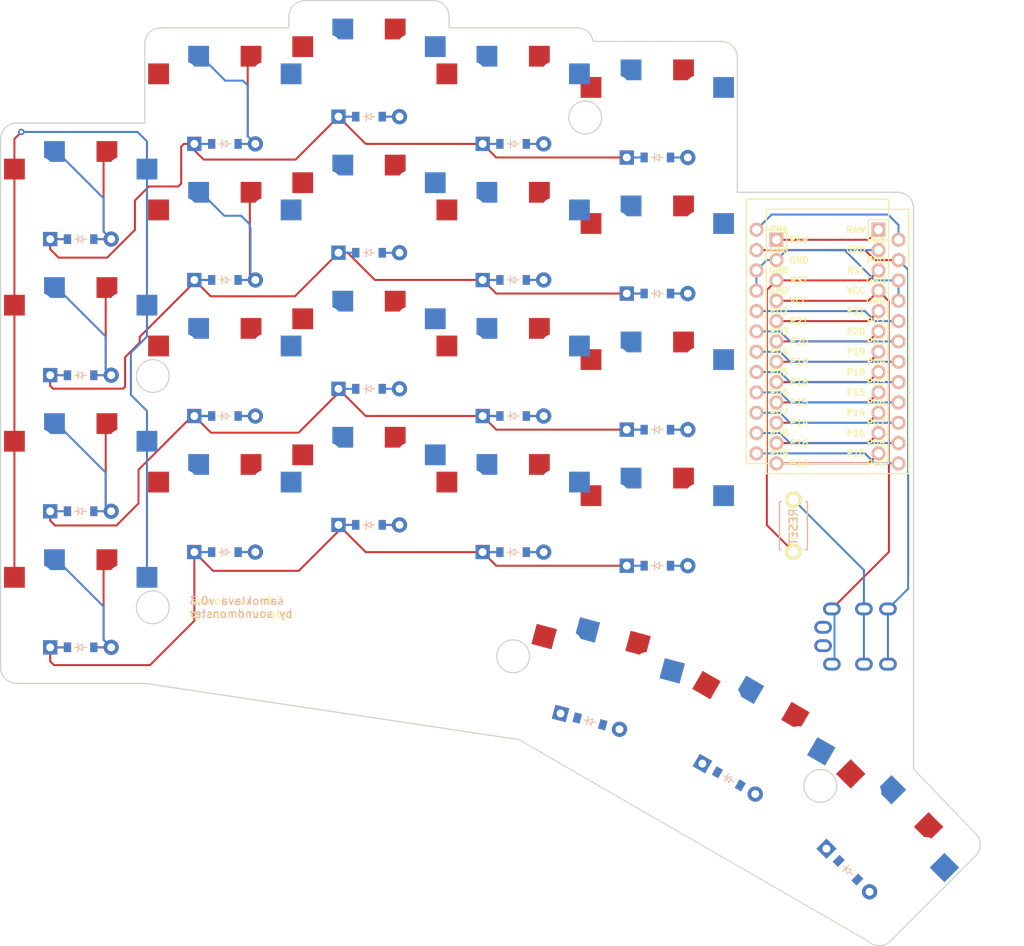
<source format=kicad_pcb>
(kicad_pcb (version 20240108) (generator "pcbnew") (generator_version "8.0")
  (title_block (title "board") (rev "0.3") (company "soundmonster"))
  (layers (0 "F.Cu" signal) (31 "B.Cu" signal) (34 "B.Paste" user) (35 "F.Paste" user) (36 "B.SilkS" user "B.Silkscreen") (37 "F.SilkS" user "F.Silkscreen") (38 "B.Mask" user) (39 "F.Mask" user) (44 "Edge.Cuts" user))
  (net 0 "")
  (net 1 "pinky_bottom")
  (net 2 "col_pinky")
  (net 3 "pinky_home")
  (net 4 "pinky_top")
  (net 5 "pinky_extra")
  (net 6 "ring_bottom")
  (net 7 "col_ring")
  (net 8 "ring_home")
  (net 9 "ring_top")
  (net 10 "ring_extra")
  (net 11 "middle_bottom")
  (net 12 "col_middle")
  (net 13 "middle_home")
  (net 14 "middle_top")
  (net 15 "middle_extra")
  (net 16 "index_bottom")
  (net 17 "col_index")
  (net 18 "index_home")
  (net 19 "index_top")
  (net 20 "index_extra")
  (net 21 "inner_bottom")
  (net 22 "col_inner")
  (net 23 "inner_home")
  (net 24 "inner_top")
  (net 25 "inner_extra")
  (net 26 "near_thumb")
  (net 27 "home_thumb")
  (net 28 "far_thumb")
  (net 29 "row_bottom")
  (net 30 "row_home")
  (net 31 "row_top")
  (net 32 "row_extra")
  (net 33 "row_thumb")
  (net 34 "RAW")
  (net 35 "GND")
  (net 36 "RST")
  (net 37 "VCC")
  (net 38 "P21")
  (net 39 "P16")
  (net 40 "P10")
  (net 41 "P1")
  (net 42 "P0")
  (net 43 "P2")
  (net 44 "P3")
  (net 45 "P9")
  (footprint "kbd:ResetSW" (layer "F.Cu") (at 89 -10.2 -90)
    (property "Reference" "B1" (hide yes))
    (property "Value" "")
  )
  (footprint "PG1350" (layer "F.Cu") (at 72 -61.2)
    (property "Reference" "S20" (hide yes))
    (property "Value" "" (hide yes))
  )
  (footprint "TRRS-PJ-320A-dual" (layer "F.Cu") (at 104 4.8 -90)
    (property "Reference" "TRRS1")
    (property "Value" "TRRS-PJ-320A-dual")
  )
  (footprint "ComboDiode" (layer "F.Cu") (at 18 -23.9)
    (property "Reference" "D6" (hide yes))
    (property "Value" "" (hide yes))
  )
  (footprint "PG1350" (layer "F.Cu") (at 72 -27.2)
    (property "Reference" "S18" (hide yes))
    (property "Value" "" (hide yes))
  )
  (footprint "PG1350" (layer "F.Cu") (at 54 -11.9)
    (property "Reference" "S13" (hide yes))
    (property "Value" "" (hide yes))
  )
  (footprint "ComboDiode" (layer "F.Cu") (at 36 -10.3)
    (property "Reference" "D9" (hide yes))
    (property "Value" "" (hide yes))
  )
  (footprint "ComboDiode" (layer "F.Cu") (at 95.813957 32.84783 -45)
    (property "Reference" "D23" (hide yes))
    (property "Value" "" (hide yes))
  )
  (footprint "PG1350" (layer "F.Cu") (at 54 -28.9)
    (property "Reference" "S14" (hide yes))
    (property "Value" "" (hide yes))
  )
  (footprint "ComboDiode" (layer "F.Cu") (at 72 -56.2)
    (property "Reference" "D20" (hide yes))
    (property "Value" "" (hide yes))
  )
  (footprint "PG1350" (layer "F.Cu") (at 99.349491 29.312296 -45)
    (property "Reference" "S23" (hide yes))
    (property "Value" "" (hide yes))
  )
  (footprint "PG1350" (layer "F.Cu") (at 72 -44.2)
    (property "Reference" "S19" (hide yes))
    (property "Value" "" (hide yes))
  )
  (footprint "ComboDiode" (layer "F.Cu") (at 54 -23.9)
    (property "Reference" "D14" (hide yes))
    (property "Value" "" (hide yes))
  )
  (footprint "ComboDiode" (layer "F.Cu") (at 54 -6.9)
    (property "Reference" "D13" (hide yes))
    (property "Value" "" (hide yes))
  )
  (footprint "ComboDiode" (layer "F.Cu") (at 0 -12)
    (property "Reference" "D2" (hide yes))
    (property "Value" "" (hide yes))
  )
  (footprint "ComboDiode" (layer "F.Cu") (at 0 -46)
    (property "Reference" "D4" (hide yes))
    (property "Value" "" (hide yes))
  )
  (footprint "PG1350" (layer "F.Cu") (at 18 -28.9)
    (property "Reference" "S6" (hide yes))
    (property "Value" "" (hide yes))
  )
  (footprint "ProMicro" (layer "F.Cu") (at 92 -33.2 -90)
    (property "Reference" "MCU1" (hide yes))
    (property "Value" "" (hide yes))
  )
  (footprint "PG1350" (layer "F.Cu") (at 36 -15.3)
    (property "Reference" "S9" (hide yes))
    (property "Value" "" (hide yes))
  )
  (footprint "ComboDiode" (layer "F.Cu") (at 72 -5.2)
    (property "Reference" "D17" (hide yes))
    (property "Value" "" (hide yes))
  )
  (footprint "ComboDiode" (layer "F.Cu") (at 18 -57.9)
    (property "Reference" "D8" (hide yes))
    (property "Value" "" (hide yes))
  )
  (footprint "PG1350" (layer "F.Cu") (at 0 -17)
    (property "Reference" "S2" (hide yes))
    (property "Value" "" (hide yes))
  )
  (footprint "PG1350" (layer "F.Cu") (at 72 -10.2)
    (property "Reference" "S17" (hide yes))
    (property "Value" "" (hide yes))
  )
  (footprint "ProMicro" (layer "F.Cu") (at 94.5 -31.95 -90)
    (property "Reference" "MCU2" (hide yes))
    (property "Value" "" (hide yes))
  )
  (footprint "PG1350" (layer "F.Cu") (at 83.430894 17.097527 -30)
    (property "Reference" "S22" (hide yes))
    (property "Value" "" (hide yes))
  )
  (footprint "ComboDiode" (layer "F.Cu") (at 54 -57.9)
    (property "Reference" "D16" (hide yes))
    (property "Value" "" (hide yes))
  )
  (footprint "PG1350" (layer "F.Cu") (at 36 -49.3)
    (property "Reference" "S11" (hide yes))
    (property "Value" "" (hide yes))
  )
  (footprint "ComboDiode" (layer "F.Cu") (at 72 -39.2)
    (property "Reference" "D19" (hide yes))
    (property "Value" "" (hide yes))
  )
  (footprint "ComboDiode" (layer "F.Cu") (at 18 -40.9)
    (property "Reference" "D7" (hide yes))
    (property "Value" "" (hide yes))
  )
  (footprint "PG1350" (layer "F.Cu") (at 18 -62.9)
    (property "Reference" "S8" (hide yes))
    (property "Value" "" (hide yes))
  )
  (footprint "PG1350" (layer "F.Cu") (at 18 -11.9)
    (property "Reference" "S5" (hide yes))
    (property "Value" "" (hide yes))
  )
  (footprint "ComboDiode" (layer "F.Cu") (at 80.930894 21.427654 -30)
    (property "Reference" "D22" (hide yes))
    (property "Value" "" (hide yes))
  )
  (footprint "ComboDiode" (layer "F.Cu") (at 72 -22.2)
    (property "Reference" "D18" (hide yes))
    (property "Value" "" (hide yes))
  )
  (footprint "ComboDiode" (layer "F.Cu") (at 54 -40.9)
    (property "Reference" "D15" (hide yes))
    (property "Value" "" (hide yes))
  )
  (footprint "PG1350" (layer "F.Cu") (at 0 -51)
    (property "Reference" "S4" (hide yes))
    (property "Value" "" (hide yes))
  )
  (footprint "ComboDiode" (layer "F.Cu") (at 18 -6.9)
    (property "Reference" "D5" (hide yes))
    (property "Value" "" (hide yes))
  )
  (footprint "ComboDiode" (layer "F.Cu") (at 36 -61.3)
    (property "Reference" "D12" (hide yes))
    (property "Value" "" (hide yes))
  )
  (footprint "PG1350" (layer "F.Cu") (at 0 -34)
    (property "Reference" "S3" (hide yes))
    (property "Value" "" (hide yes))
  )
  (footprint "ComboDiode" (layer "F.Cu") (at 0 5)
    (property "Reference" "D1" (hide yes))
    (property "Value" "" (hide yes))
  )
  (footprint "PG1350" (layer "F.Cu") (at 0 0)
    (property "Reference" "S1" (hide yes))
    (property "Value" "" (hide yes))
  )
  (footprint "PG1350" (layer "F.Cu") (at 54 -45.9)
    (property "Reference" "S15" (hide yes))
    (property "Value" "" (hide yes))
  )
  (footprint "ComboDiode" (layer "F.Cu") (at 36 -44.3)
    (property "Reference" "D11" (hide yes))
    (property "Value" "" (hide yes))
  )
  (footprint "PG1350" (layer "F.Cu") (at 54 -62.9)
    (property "Reference" "S16" (hide yes))
    (property "Value" "" (hide yes))
  )
  (footprint "PG1350" (layer "F.Cu") (at 36 -32.3)
    (property "Reference" "S10" (hide yes))
    (property "Value" "" (hide yes))
  )
  (footprint "PG1350" (layer "F.Cu") (at 64.893294 9.419002 -15)
    (property "Reference" "S21" (hide yes))
    (property "Value" "" (hide yes))
  )
  (footprint "ComboDiode" (layer "F.Cu") (at 36 -27.3)
    (property "Reference" "D10" (hide yes))
    (property "Value" "" (hide yes))
  )
  (footprint "ComboDiode" (layer "F.Cu") (at 63.599199 14.248631 -15)
    (property "Reference" "D21" (hide yes))
    (property "Value" "" (hide yes))
  )
  (footprint "ComboDiode" (layer "F.Cu") (at 0 -29)
    (property "Reference" "D3" (hide yes))
    (property "Value" "" (hide yes))
  )
  (footprint "PG1350" (layer "F.Cu") (at 18 -45.9)
    (property "Reference" "S7" (hide yes))
    (property "Value" "" (hide yes))
  )
  (footprint "PG1350" (layer "F.Cu") (at 36 -66.3)
    (property "Reference" "S12" (hide yes))
    (property "Value" "" (hide yes))
  )
  (gr_arc (start 102 -51.85) (mid 103.414214 -51.264214) (end 104 -49.85) (stroke (width 0.15)) (layer "Edge.Cuts"))
  (gr_line (start 104 20.208734) (end 111.72386 28.251636) (stroke (width 0.15)) (layer "Edge.Cuts"))
  (gr_arc (start 26 -73.8) (mid 26.585786 -75.214214) (end 28 -75.8) (stroke (width 0.15)) (layer "Edge.Cuts"))
  (gr_line (start 54.707107 16.524745) (end 8 9.5) (stroke (width 0.15)) (layer "Edge.Cuts"))
  (gr_circle (center 54 6.12) (end 56.05 6.12) (stroke (width 0.15)) (fill none) (layer "Edge.Cuts"))
  (gr_line (start 102 -51.85) (end 82 -51.85) (stroke (width 0.15)) (layer "Edge.Cuts"))
  (gr_arc (start 63.977391 -70.699872) (mid 63.988695 -70.699968) (end 64 -70.7) (stroke (width 0.15)) (layer "Edge.Cuts"))
  (gr_arc (start 62 -72.4) (mid 63.30389 -71.916533) (end 63.977391 -70.699872) (stroke (width 0.15)) (layer "Edge.Cuts"))
  (gr_line (start -8 9.5) (end 8 9.5) (stroke (width 0.15)) (layer "Edge.Cuts"))
  (gr_line (start 98.288831 41.686665) (end 54.707107 16.524745) (stroke (width 0.15)) (layer "Edge.Cuts"))
  (gr_line (start 62 -72.4) (end 46 -72.4) (stroke (width 0.15)) (layer "Edge.Cuts"))
  (gr_arc (start 80 -70.7) (mid 81.414214 -70.114214) (end 82 -68.7) (stroke (width 0.15)) (layer "Edge.Cuts"))
  (gr_line (start -10 7.5) (end -10 -58.5) (stroke (width 0.15)) (layer "Edge.Cuts"))
  (gr_arc (start 44 -75.8) (mid 45.414214 -75.214214) (end 46 -73.8) (stroke (width 0.15)) (layer "Edge.Cuts"))
  (gr_circle (center 9 0) (end 11.05 0) (stroke (width 0.15)) (fill none) (layer "Edge.Cuts"))
  (gr_line (start 104 20.208734) (end 104 -49.85) (stroke (width 0.15)) (layer "Edge.Cuts"))
  (gr_line (start 46 -72.4) (end 46 -73.8) (stroke (width 0.15)) (layer "Edge.Cuts"))
  (gr_arc (start -10 -58.5) (mid -9.414214 -59.914214) (end -8 -60.5) (stroke (width 0.15)) (layer "Edge.Cuts"))
  (gr_line (start 101.117258 41.686665) (end 111.72386 31.080063) (stroke (width 0.15)) (layer "Edge.Cuts"))
  (gr_arc (start 101.117258 41.686664) (mid 99.703045 42.272451) (end 98.288831 41.686665) (stroke (width 0.15)) (layer "Edge.Cuts"))
  (gr_circle (center 63 -61.2) (end 65.05 -61.2) (stroke (width 0.15)) (fill none) (layer "Edge.Cuts"))
  (gr_circle (center 9 -28.9) (end 11.05 -28.9) (stroke (width 0.15)) (fill none) (layer "Edge.Cuts"))
  (gr_line (start 80 -70.7) (end 64 -70.7) (stroke (width 0.15)) (layer "Edge.Cuts"))
  (gr_line (start 26 -73.8) (end 26 -72.4) (stroke (width 0.15)) (layer "Edge.Cuts"))
  (gr_line (start 8 -60.5) (end -8 -60.5) (stroke (width 0.15)) (layer "Edge.Cuts"))
  (gr_line (start 44 -75.8) (end 28 -75.8) (stroke (width 0.15)) (layer "Edge.Cuts"))
  (gr_arc (start 111.723859 28.251637) (mid 112.309645 29.66585) (end 111.723859 31.080063) (stroke (width 0.15)) (layer "Edge.Cuts"))
  (gr_line (start 8 -70.4) (end 8 -60.5) (stroke (width 0.15)) (layer "Edge.Cuts"))
  (gr_line (start 26 -72.4) (end 10 -72.4) (stroke (width 0.15)) (layer "Edge.Cuts"))
  (gr_line (start 82 -51.85) (end 82 -68.7) (stroke (width 0.15)) (layer "Edge.Cuts"))
  (gr_arc (start 8 -70.4) (mid 8.585786 -71.814214) (end 10 -72.4) (stroke (width 0.15)) (layer "Edge.Cuts"))
  (gr_circle (center 92.349134 22.311939) (end 94.399134 22.311939) (stroke (width 0.15)) (fill none) (layer "Edge.Cuts"))
  (gr_arc (start -8 9.5) (mid -9.414214 8.914214) (end -10 7.5) (stroke (width 0.15)) (layer "Edge.Cuts"))
  (gr_text "samoklava v0.3\nby soundmonster" (at 13.5 0 0) (layer "B.SilkS") (effects (font (size 1 1)) (justify right mirror)))
  (gr_text "samoklava v0.3\nby soundmonster" (at 13.5 0 0) (layer "F.SilkS") (effects (font (size 1 1)) (justify left)))
  (segment (start 2.8575 -5.5325) (end 2.8575 4.0475) (width 0.25) (layer "F.Cu") (net 1))
  (segment (start 3.275 -5.95) (end 2.8575 -5.5325) (width 0.25) (layer "F.Cu") (net 1))
  (segment (start 2.8575 4.0475) (end 3.81 5) (width 0.25) (layer "F.Cu") (net 1))
  (segment (start 1.65 5) (end 3.81 5) (width 0.25) (layer "F.Cu") (net 1))
  (segment (start 2.87 -0.084999) (end 2.87 4.06) (width 0.25) (layer "B.Cu") (net 1))
  (segment (start -2.995001 -5.95) (end 2.87 -0.084999) (width 0.25) (layer "B.Cu") (net 1))
  (segment (start 1.65 5) (end 3.81 5) (width 0.25) (layer "B.Cu") (net 1))
  (segment (start 2.87 4.06) (end 3.81 5) (width 0.25) (layer "B.Cu") (net 1))
  (segment (start -3.275 -5.95) (end -2.995001 -5.95) (width 0.25) (layer "B.Cu") (net 1))
  (segment (start -8.275 -3.75) (end -8.275 -20.75) (width 0.25) (layer "F.Cu") (net 2))
  (segment (start 86.88 -33.22) (end 98.37 -33.22) (width 0.25) (layer "F.Cu") (net 2))
  (segment (start 98.37 -33.22) (end 99.62 -34.47) (width 0.25) (layer "F.Cu") (net 2))
  (segment (start -8.275 -54.75) (end -8.275 -58.525) (width 0.25) (layer "F.Cu") (net 2))
  (segment (start -8.275 -20.75) (end -8.275 -37.75) (width 0.25) (layer "F.Cu") (net 2))
  (segment (start -8.275 -54.75) (end -8.275 -37.75) (width 0.25) (layer "F.Cu") (net 2))
  (segment (start -8.275 -58.525) (end -7.41 -59.39) (width 0.25) (layer "F.Cu") (net 2))
  (via (at -7.41 -59.39) (size 0.8) (drill 0.4) (layers "F.Cu" "B.Cu") (net 2))
  (segment (start 6.27 -26.54) (end 6.27 -31.82) (width 0.25) (layer "B.Cu") (net 2))
  (segment (start 6.27 -31.82) (end 8.275 -33.825) (width 0.25) (layer "B.Cu") (net 2))
  (segment (start 7.6 -58.89) (end 7.1 -59.39) (width 0.25) (layer "B.Cu") (net 2))
  (segment (start 8.275 -20.75) (end 8.275 -24.535) (width 0.25) (layer "B.Cu") (net 2))
  (segment (start 7.1 -59.39) (end -7.41 -59.39) (width 0.25) (layer "B.Cu") (net 2))
  (segment (start 8.275 -54.75) (end 8.275 -58.215) (width 0.25) (layer "B.Cu") (net 2))
  (segment (start -7.41 -59.39) (end -7.6 -59.39) (width 0.25) (layer "B.Cu") (net 2))
  (segment (start 8.275 -24.535) (end 6.27 -26.54) (width 0.25) (layer "B.Cu") (net 2))
  (segment (start 8.275 -33.825) (end 8.275 -37.75) (width 0.25) (layer "B.Cu") (net 2))
  (segment (start 8.275 -54.75) (end 8.275 -37.75) (width 0.25) (layer "B.Cu") (net 2))
  (segment (start 8.275 -3.75) (end 8.275 -20.75) (width 0.25) (layer "B.Cu") (net 2))
  (segment (start 8.275 -58.215) (end 7.6 -58.89) (width 0.25) (layer "B.Cu") (net 2))
  (segment (start 3.275 -22.95) (end 3.125 -22.8) (width 0.25) (layer "F.Cu") (net 3))
  (segment (start 1.65 -12) (end 3.81 -12) (width 0.25) (layer "F.Cu") (net 3))
  (segment (start 3.125 -22.8) (end 3.125 -12.685) (width 0.25) (layer "F.Cu") (net 3))
  (segment (start 3.125 -12.685) (end 3.81 -12) (width 0.25) (layer "F.Cu") (net 3))
  (segment (start 3.12 -16.834999) (end 3.12 -12.69) (width 0.25) (layer "B.Cu") (net 3))
  (segment (start -2.995001 -22.95) (end 3.12 -16.834999) (width 0.25) (layer "B.Cu") (net 3))
  (segment (start 1.65 -12) (end 3.81 -12) (width 0.25) (layer "B.Cu") (net 3))
  (segment (start -3.275 -22.95) (end -2.995001 -22.95) (width 0.25) (layer "B.Cu") (net 3))
  (segment (start 3.12 -12.69) (end 3.81 -12) (width 0.25) (layer "B.Cu") (net 3))
  (segment (start 1.65 -29) (end 3.81 -29) (width 0.25) (layer "F.Cu") (net 4))
  (segment (start 3.125 -29.685) (end 3.81 -29) (width 0.25) (layer "F.Cu") (net 4))
  (segment (start 3.125 -39.8) (end 3.125 -29.685) (width 0.25) (layer "F.Cu") (net 4))
  (segment (start 3.275 -39.95) (end 3.125 -39.8) (width 0.25) (layer "F.Cu") (net 4))
  (segment (start 3.12 -33.834999) (end 3.12 -29.69) (width 0.25) (layer "B.Cu") (net 4))
  (segment (start 1.65 -29) (end 3.81 -29) (width 0.25) (layer "B.Cu") (net 4))
  (segment (start -2.995001 -39.95) (end 3.12 -33.834999) (width 0.25) (layer "B.Cu") (net 4))
  (segment (start -3.275 -39.95) (end -2.995001 -39.95) (width 0.25) (layer "B.Cu") (net 4))
  (segment (start 3.12 -29.69) (end 3.81 -29) (width 0.25) (layer "B.Cu") (net 4))
  (segment (start 2.8575 -46.9525) (end 3.81 -46) (width 0.25) (layer "F.Cu") (net 5))
  (segment (start 2.8575 -56.5325) (end 2.8575 -46.9525) (width 0.25) (layer "F.Cu") (net 5))
  (segment (start 1.65 -46) (end 3.81 -46) (width 0.25) (layer "F.Cu") (net 5))
  (segment (start 3.275 -56.95) (end 2.8575 -56.5325) (width 0.25) (layer "F.Cu") (net 5))
  (segment (start -3.275 -56.95) (end -2.995001 -56.95) (width 0.25) (layer "B.Cu") (net 5))
  (segment (start -2.995001 -56.95) (end 2.87 -51.084999) (width 0.25) (layer "B.Cu") (net 5))
  (segment (start 2.87 -51.084999) (end 2.87 -46.94) (width 0.25) (layer "B.Cu") (net 5))
  (segment (start 2.87 -46.94) (end 3.81 -46) (width 0.25) (layer "B.Cu") (net 5))
  (segment (start 1.65 -46) (end 3.81 -46) (width 0.25) (layer "B.Cu") (net 5))
  (segment (start -3.275 -56.95) (end -3.275 -56.235) (width 0.25) (layer "B.Cu") (net 5))
  (segment (start 19.65 -6.9) (end 21.81 -6.9) (width 0.25) (layer "F.Cu") (net 6))
  (segment (start 19.65 -6.9) (end 21.81 -6.9) (width 0.25) (layer "B.Cu") (net 6))
  (segment (start 86.88 -30.68) (end 98.53 -30.68) (width 0.25) (layer "F.Cu") (net 7))
  (segment (start 99.62 -31.77) (end 99.62 -31.93) (width 0.25) (layer "F.Cu") (net 7))
  (segment (start 98.53 -30.68) (end 99.62 -31.77) (width 0.25) (layer "F.Cu") (net 7))
  (segment (start 19.65 -23.9) (end 21.81 -23.9) (width 0.25) (layer "F.Cu") (net 8))
  (segment (start 19.65 -23.9) (end 21.81 -23.9) (width 0.25) (layer "B.Cu") (net 8))
  (segment (start 21.125 -41.585) (end 21.81 -40.9) (width 0.25) (layer "F.Cu") (net 9))
  (segment (start 19.65 -40.9) (end 21.81 -40.9) (width 0.25) (layer "F.Cu") (net 9))
  (segment (start 21.125 -51.7) (end 21.125 -41.585) (width 0.25) (layer "F.Cu") (net 9))
  (segment (start 21.275 -51.85) (end 21.125 -51.7) (width 0.25) (layer "F.Cu") (net 9))
  (segment (start 14.725 -51.85) (end 15.004999 -51.85) (width 0.25) (layer "B.Cu") (net 9))
  (segment (start 21.11 -47.47) (end 21.2 -47.38) (width 0.25) (layer "B.Cu") (net 9))
  (segment (start 15.004999 -51.85) (end 17.934999 -48.92) (width 0.25) (layer "B.Cu") (net 9))
  (segment (start 21.2 -47.38) (end 21.2 -41.51) (width 0.25) (layer "B.Cu") (net 9))
  (segment (start 21.11 -47.85) (end 21.11 -47.47) (width 0.25) (layer "B.Cu") (net 9))
  (segment (start 19.65 -40.9) (end 21.81 -40.9) (width 0.25) (layer "B.Cu") (net 9))
  (segment (start 21.2 -41.51) (end 21.81 -40.9) (width 0.25) (layer "B.Cu") (net 9))
  (segment (start 20.04 -48.92) (end 21.11 -47.85) (width 0.25) (layer "B.Cu") (net 9))
  (segment (start 17.934999 -48.92) (end 20.04 -48.92) (width 0.25) (layer "B.Cu") (net 9))
  (segment (start 20.8575 -68.4325) (end 20.8575 -58.8525) (width 0.25) (layer "F.Cu") (net 10))
  (segment (start 21.275 -68.85) (end 20.8575 -68.4325) (width 0.25) (layer "F.Cu") (net 10))
  (segment (start 19.65 -57.9) (end 21.81 -57.9) (width 0.25) (layer "F.Cu") (net 10))
  (segment (start 20.8575 -58.8525) (end 21.81 -57.9) (width 0.25) (layer "F.Cu") (net 10))
  (segment (start 20.25 -65.8) (end 20.86 -65.19) (width 0.25) (layer "B.Cu") (net 10))
  (segment (start 20.86 -65.19) (end 20.86 -58.85) (width 0.25) (layer "B.Cu") (net 10))
  (segment (start 20.86 -58.85) (end 21.81 -57.9) (width 0.25) (layer "B.Cu") (net 10))
  (segment (start 19.65 -57.9) (end 21.81 -57.9) (width 0.25) (layer "B.Cu") (net 10))
  (segment (start 18.054999 -65.8) (end 20.25 -65.8) (width 0.25) (layer "B.Cu") (net 10))
  (segment (start 14.725 -68.85) (end 15.004999 -68.85) (width 0.25) (layer "B.Cu") (net 10))
  (segment (start 15.004999 -68.85) (end 18.054999 -65.8) (width 0.25) (layer "B.Cu") (net 10))
  (segment (start 39.81 -10.3) (end 37.65 -10.3) (width 0.25) (layer "F.Cu") (net 11))
  (segment (start 39.81 -10.3) (end 37.65 -10.3) (width 0.25) (layer "B.Cu") (net 11))
  (segment (start 98.37 -28.14) (end 99.62 -29.39) (width 0.25) (layer "F.Cu") (net 12))
  (segment (start 86.88 -28.14) (end 98.37 -28.14) (width 0.25) (layer "F.Cu") (net 12))
  (segment (start 37.65 -27.3) (end 39.81 -27.3) (width 0.25) (layer "F.Cu") (net 13))
  (segment (start 37.65 -27.3) (end 39.81 -27.3) (width 0.25) (layer "B.Cu") (net 13))
  (segment (start 37.65 -44.3) (end 39.81 -44.3) (width 0.25) (layer "B.Cu") (net 14))
  (segment (start 37.65 -61.3) (end 39.81 -61.3) (width 0.25) (layer "F.Cu") (net 15))
  (segment (start 37.65 -61.3) (end 39.81 -61.3) (width 0.25) (layer "B.Cu") (net 15))
  (segment (start 55.65 -6.9) (end 57.81 -6.9) (width 0.25) (layer "F.Cu") (net 16))
  (segment (start 57.81 -6.9) (end 55.65 -6.9) (width 0.25) (layer "B.Cu") (net 16))
  (segment (start 98.37 -25.6) (end 99.62 -26.85) (width 0.25) (layer "F.Cu") (net 17))
  (segment (start 86.88 -25.6) (end 98.37 -25.6) (width 0.25) (layer "F.Cu") (net 17))
  (segment (start 57.81 -23.9) (end 55.65 -23.9) (width 0.25) (layer "F.Cu") (net 18))
  (segment (start 55.65 -23.9) (end 57.81 -23.9) (width 0.25) (layer "B.Cu") (net 18))
  (segment (start 55.65 -40.9) (end 57.81 -40.9) (width 0.25) (layer "F.Cu") (net 19))
  (segment (start 55.65 -40.9) (end 57.81 -40.9) (width 0.25) (layer "B.Cu") (net 19))
  (segment (start 55.65 -57.9) (end 57.81 -57.9) (width 0.25) (layer "F.Cu") (net 20))
  (segment (start 55.65 -57.9) (end 57.81 -57.9) (width 0.25) (layer "B.Cu") (net 20))
  (segment (start 73.65 -5.2) (end 75.81 -5.2) (width 0.25) (layer "F.Cu") (net 21))
  (segment (start 73.65 -5.2) (end 75.81 -5.2) (width 0.25) (layer "B.Cu") (net 21))
  (segment (start 86.88 -23.06) (end 98.37 -23.06) (width 0.25) (layer "F.Cu") (net 22))
  (segment (start 98.37 -23.06) (end 99.62 -24.31) (width 0.25) (layer "F.Cu") (net 22))
  (segment (start 73.65 -22.2) (end 75.81 -22.2) (width 0.25) (layer "F.Cu") (net 23))
  (segment (start 73.65 -22.2) (end 75.81 -22.2) (width 0.25) (layer "B.Cu") (net 23))
  (segment (start 73.65 -39.2) (end 75.81 -39.2) (width 0.25) (layer "F.Cu") (net 24))
  (segment (start 73.65 -39.2) (end 75.81 -39.2) (width 0.25) (layer "B.Cu") (net 24))
  (segment (start 73.65 -56.2) (end 75.81 -56.2) (width 0.25) (layer "F.Cu") (net 25))
  (segment (start 73.65 -56.2) (end 75.81 -56.2) (width 0.25) (layer "B.Cu") (net 25))
  (segment (start 14.19 1.68) (end 14.19 -6.9) (width 0.25) (layer "F.Cu") (net 29))
  (segment (start 70.35 -5.2) (end 68.19 -5.2) (width 0.25) (layer "F.Cu") (net 29))
  (segment (start -1.65 5) (end -3.81 5) (width 0.25) (layer "F.Cu") (net 29))
  (segment (start 8.65 7.22) (end 14.19 1.68) (width 0.25) (layer "F.Cu") (net 29))
  (segment (start 34.35 -10.3) (end 32.19 -10.3) (width 0.25) (layer "F.Cu") (net 29))
  (segment (start -3.33 7.22) (end 8.65 7.22) (width 0.25) (layer "F.Cu") (net 29))
  (segment (start 16.35 -6.9) (end 14.19 -6.9) (width 0.25) (layer "F.Cu") (net 29))
  (segment (start 32.19 -10.3) (end 35.59 -6.9) (width 0.25) (layer "F.Cu") (net 29))
  (segment (start 51.89 -5.2) (end 68.19 -5.2) (width 0.25) (layer "F.Cu") (net 29))
  (segment (start 52.35 -6.9) (end 50.19 -6.9) (width 0.25) (layer "F.Cu") (net 29))
  (segment (start 32.19 -9.52) (end 32.19 -10.3) (width 0.25) (layer "F.Cu") (net 29))
  (segment (start 16.53 -4.56) (end 27.23 -4.56) (width 0.25) (layer "F.Cu") (net 29))
  (segment (start 14.19 -6.9) (end 16.53 -4.56) (width 0.25) (layer "F.Cu") (net 29))
  (segment (start -3.81 6.74) (end -3.33 7.22) (width 0.25) (layer "F.Cu") (net 29))
  (segment (start 27.23 -4.56) (end 32.19 -9.52) (width 0.25) (layer "F.Cu") (net 29))
  (segment (start -3.81 5) (end -3.81 6.74) (width 0.25) (layer "F.Cu") (net 29))
  (segment (start 50.19 -6.9) (end 51.89 -5.2) (width 0.25) (layer "F.Cu") (net 29))
  (segment (start 35.59 -6.9) (end 50.19 -6.9) (width 0.25) (layer "F.Cu") (net 29))
  (segment (start 52.35 -6.9) (end 50.19 -6.9) (width 0.25) (layer "B.Cu") (net 29))
  (segment (start -1.65 5) (end -3.81 5) (width 0.25) (layer "B.Cu") (net 29))
  (segment (start 70.35 -5.2) (end 68.19 -5.2) (width 0.25) (layer "B.Cu") (net 29))
  (segment (start 87.328895 -26.85) (end 84.38 -26.85) (width 0.25) (layer "B.Cu") (net 29))
  (segment (start 32.19 -10.3) (end 34.35 -10.3) (width 0.25) (layer "B.Cu") (net 29))
  (segment (start 102.12 -25.6) (end 88.578895 -25.6) (width 0.25) (layer "B.Cu") (net 29))
  (segment (start 16.35 -6.9) (end 14.19 -6.9) (width 0.25) (layer "B.Cu") (net 29))
  (segment (start 88.578895 -25.6) (end 87.328895 -26.85) (width 0.25) (layer "B.Cu") (net 29))
  (segment (start 16.27 -21.82) (end 27.21 -21.82) (width 0.25) (layer "F.Cu") (net 30))
  (segment (start 32.19 -26.8) (end 32.19 -27.3) (width 0.25) (layer "F.Cu") (net 30))
  (segment (start 13.93 -23.9) (end 14.19 -23.9) (width 0.25) (layer "F.Cu") (net 30))
  (segment (start -3.2 -10.23) (end 4.47 -10.23) (width 0.25) (layer "F.Cu") (net 30))
  (segment (start 32.19 -27.3) (end 35.59 -23.9) (width 0.25) (layer "F.Cu") (net 30))
  (segment (start 34.35 -27.3) (end 32.19 -27.3) (width 0.25) (layer "F.Cu") (net 30))
  (segment (start 51.89 -22.2) (end 68.19 -22.2) (width 0.25) (layer "F.Cu") (net 30))
  (segment (start 16.35 -23.9) (end 14.19 -23.9) (width 0.25) (layer "F.Cu") (net 30))
  (segment (start 7.22 -12.98) (end 7.22 -17.19) (width 0.25) (layer "F.Cu") (net 30))
  (segment (start -3.81 -12) (end -1.65 -12) (width 0.25) (layer "F.Cu") (net 30))
  (segment (start 27.21 -21.82) (end 32.19 -26.8) (width 0.25) (layer "F.Cu") (net 30))
  (segment (start 4.47 -10.23) (end 7.22 -12.98) (width 0.25) (layer "F.Cu") (net 30))
  (segment (start 7.22 -17.19) (end 13.93 -23.9) (width 0.25) (layer "F.Cu") (net 30))
  (segment (start -3.81 -10.84) (end -3.2 -10.23) (width 0.25) (layer "F.Cu") (net 30))
  (segment (start 14.19 -23.9) (end 16.27 -21.82) (width 0.25) (layer "F.Cu") (net 30))
  (segment (start 52.35 -23.9) (end 50.19 -23.9) (width 0.25) (layer "F.Cu") (net 30))
  (segment (start 50.19 -23.9) (end 51.89 -22.2) (width 0.25) (layer "F.Cu") (net 30))
  (segment (start 35.59 -23.9) (end 50.19 -23.9) (width 0.25) (layer "F.Cu") (net 30))
  (segment (start 70.35 -22.2) (end 68.19 -22.2) (width 0.25) (layer "F.Cu") (net 30))
  (segment (start -3.81 -12) (end -3.81 -10.84) (width 0.25) (layer "F.Cu") (net 30))
  (segment (start 88.578895 -28.14) (end 87.328895 -29.39) (width 0.25) (layer "B.Cu") (net 30))
  (segment (start 34.35 -27.3) (end 32.19 -27.3) (width 0.25) (layer "B.Cu") (net 30))
  (segment (start 102.12 -28.14) (end 88.578895 -28.14) (width 0.25) (layer "B.Cu") (net 30))
  (segment (start 87.328895 -29.39) (end 84.38 -29.39) (width 0.25) (layer "B.Cu") (net 30))
  (segment (start 70.35 -22.2) (end 68.19 -22.2) (width 0.25) (layer "B.Cu") (net 30))
  (segment (start 52.35 -23.9) (end 50.19 -23.9) (width 0.25) (layer "B.Cu") (net 30))
  (segment (start 16.35 -23.9) (end 14.19 -23.9) (width 0.25) (layer "B.Cu") (net 30))
  (segment (start -1.65 -12) (end -3.81 -12) (width 0.25) (layer "B.Cu") (net 30))
  (segment (start 51.89 -39.2) (end 68.19 -39.2) (width 0.25) (layer "F.Cu") (net 31))
  (segment (start 52.35 -40.9) (end 50.19 -40.9) (width 0.25) (layer "F.Cu") (net 31))
  (segment (start -1.65 -29) (end -3.81 -29) (width 0.25) (layer "F.Cu") (net 31))
  (segment (start 26.75 -38.86) (end 32.19 -44.3) (width 0.25) (layer "F.Cu") (net 31))
  (segment (start 14.19 -40.61) (end 14.19 -40.9) (width 0.25) (layer "F.Cu") (net 31))
  (segment (start 70.35 -39.2) (end 68.19 -39.2) (width 0.25) (layer "F.Cu") (net 31))
  (segment (start 33.329 -44.3) (end 36.729 -40.9) (width 0.25) (layer "F.Cu") (net 31))
  (segment (start 5.3 -27.32) (end 5.54 -27.56) (width 0.25) (layer "F.Cu") (net 31))
  (segment (start 14.19 -40.9) (end 16.23 -38.86) (width 0.25) (layer "F.Cu") (net 31))
  (segment (start 16.35 -40.9) (end 14.19 -40.9) (width 0.25) (layer "F.Cu") (net 31))
  (segment (start 7.37 -33.08) (end 7.37 -33.79) (width 0.25) (layer "F.Cu") (net 31))
  (segment (start 7.37 -33.79) (end 14.19 -40.61) (width 0.25) (layer "F.Cu") (net 31))
  (segment (start 5.54 -31.25) (end 7.37 -33.08) (width 0.25) (layer "F.Cu") (net 31))
  (segment (start 5.54 -27.56) (end 5.54 -31.25) (width 0.25) (layer "F.Cu") (net 31))
  (segment (start 36.729 -40.9) (end 50.19 -40.9) (width 0.25) (layer "F.Cu") (net 31))
  (segment (start 32.19 -44.3) (end 33.329 -44.3) (width 0.25) (layer "F.Cu") (net 31))
  (segment (start 50.19 -40.9) (end 51.89 -39.2) (width 0.25) (layer "F.Cu") (net 31))
  (segment (start -3.81 -27.67) (end -3.46 -27.32) (width 0.25) (layer "F.Cu") (net 31))
  (segment (start -3.81 -29) (end -3.81 -27.67) (width 0.25) (layer "F.Cu") (net 31))
  (segment (start -3.46 -27.32) (end 5.3 -27.32) (width 0.25) (layer "F.Cu") (net 31))
  (segment (start 16.23 -38.86) (end 26.75 -38.86) (width 0.25) (layer "F.Cu") (net 31))
  (segment (start 88.578895 -30.68) (end 87.328895 -31.93) (width 0.25) (layer "B.Cu") (net 31))
  (segment (start 34.35 -44.3) (end 32.19 -44.3) (width 0.25) (layer "B.Cu") (net 31))
  (segment (start 16.35 -40.9) (end 14.19 -40.9) (width 0.25) (layer "B.Cu") (net 31))
  (segment (start 87.328895 -31.93) (end 84.38 -31.93) (width 0.25) (layer "B.Cu") (net 31))
  (segment (start 102.12 -30.68) (end 88.578895 -30.68) (width 0.25) (layer "B.Cu") (net 31))
  (segment (start 52.35 -40.9) (end 50.19 -40.9) (width 0.25) (layer "B.Cu") (net 31))
  (segment (start 70.35 -39.2) (end 68.19 -39.2) (width 0.25) (layer "B.Cu") (net 31))
  (segment (start -1.65 -29) (end -3.81 -29) (width 0.25) (layer "B.Cu") (net 31))
  (segment (start 52.35 -57.9) (end 50.19 -57.9) (width 0.25) (layer "F.Cu") (net 32))
  (segment (start 51.89 -56.2) (end 68.19 -56.2) (width 0.25) (layer "F.Cu") (net 32))
  (segment (start -1.65 -46) (end -3.81 -46) (width 0.25) (layer "F.Cu") (net 32))
  (segment (start 70.35 -56.2) (end 68.19 -56.2) (width 0.25) (layer "F.Cu") (net 32))
  (segment (start 50.19 -57.9) (end 51.89 -56.2) (width 0.25) (layer "F.Cu") (net 32))
  (segment (start 32.19 -61.3) (end 35.59 -57.9) (width 0.25) (layer "F.Cu") (net 32))
  (segment (start -2.76 -43.69) (end 3.306658 -43.69) (width 0.25) (layer "F.Cu") (net 32))
  (segment (start -3.81 -44.74) (end -2.76 -43.69) (width 0.25) (layer "F.Cu") (net 32))
  (segment (start 8.52 -52.58) (end 12.19 -52.58) (width 0.25) (layer "F.Cu") (net 32))
  (segment (start 3.306658 -43.69) (end 6.77 -47.153342) (width 0.25) (layer "F.Cu") (net 32))
  (segment (start 14.19 -57.9) (end 14.19 -57.1) (width 0.25) (layer "F.Cu") (net 32))
  (segment (start 12.89 -57.9) (end 14.19 -57.9) (width 0.25) (layer "F.Cu") (net 32))
  (segment (start 12.55 -52.94) (end 12.55 -57.56) (width 0.25) (layer "F.Cu") (net 32))
  (segment (start 14.19 -57.1) (end 15.35 -55.94) (width 0.25) (layer "F.Cu") (net 32))
  (segment (start 12.19 -52.58) (end 12.55 -52.94) (width 0.25) (layer "F.Cu") (net 32))
  (segment (start 6.77 -47.153342) (end 6.77 -50.83) (width 0.25) (layer "F.Cu") (net 32))
  (segment (start 26.83 -55.94) (end 32.19 -61.3) (width 0.25) (layer "F.Cu") (net 32))
  (segment (start 12.55 -57.56) (end 12.89 -57.9) (width 0.25) (layer "F.Cu") (net 32))
  (segment (start 6.77 -50.83) (end 8.52 -52.58) (width 0.25) (layer "F.Cu") (net 32))
  (segment (start -3.81 -46) (end -3.81 -44.74) (width 0.25) (layer "F.Cu") (net 32))
  (segment (start 15.35 -55.94) (end 26.83 -55.94) (width 0.25) (layer "F.Cu") (net 32))
  (segment (start 34.35 -61.3) (end 32.19 -61.3) (width 0.25) (layer "F.Cu") (net 32))
  (segment (start 16.35 -57.9) (end 14.19 -57.9) (width 0.25) (layer "F.Cu") (net 32))
  (segment (start 35.59 -57.9) (end 50.19 -57.9) (width 0.25) (layer "F.Cu") (net 32))
  (segment (start 16.35 -57.9) (end 14.19 -57.9) (width 0.25) (layer "B.Cu") (net 32))
  (segment (start 34.35 -61.3) (end 32.19 -61.3) (width 0.25) (layer "B.Cu") (net 32))
  (segment (start 70.35 -56.2) (end 68.19 -56.2) (width 0.25) (layer "B.Cu") (net 32))
  (segment (start 52.35 -57.9) (end 50.19 -57.9) (width 0.25) (layer "B.Cu") (net 32))
  (segment (start -1.65 -46) (end -3.81 -46) (width 0.25) (layer "B.Cu") (net 32))
  (segment (start 102.12 -20.52) (end 88.578895 -20.52) (width 0.25) (layer "B.Cu") (net 32))
  (segment (start 88.578895 -20.52) (end 87.328895 -21.77) (width 0.25) (layer "B.Cu") (net 32))
  (segment (start 87.328895 -21.77) (end 84.38 -21.77) (width 0.25) (layer "B.Cu") (net 32))
  (segment (start 102.12 -23.06) (end 88.578895 -23.06) (width 0.25) (layer "B.Cu") (net 33))
  (segment (start 87.328895 -24.31) (end 84.38 -24.31) (width 0.25) (layer "B.Cu") (net 33))
  (segment (start 88.578895 -23.06) (end 87.328895 -24.31) (width 0.25) (layer "B.Cu") (net 33))
  (segment (start 98.37 -45.92) (end 99.62 -47.17) (width 0.25) (layer "F.Cu") (net 34))
  (segment (start 86.88 -45.92) (end 98.37 -45.92) (width 0.25) (layer "F.Cu") (net 34))
  (segment (start 84.38 -42.09) (end 85.67 -43.38) (width 0.25) (layer "B.Cu") (net 35))
  (segment (start 95.381105 -44.63) (end 93.52 -44.63) (width 0.25) (layer "B.Cu") (net 35))
  (segment (start 102.12 -40.84) (end 102.12 -38.3) (width 0.25) (layer "B.Cu") (net 35))
  (segment (start 88.13 -44.63) (end 86.88 -43.38) (width 0.25) (layer "B.Cu") (net 35))
  (segment (start 102.12 -40.84) (end 99.171105 -40.84) (width 0.25) (layer "B.Cu") (net 35))
  (segment (start 99.171105 -40.84) (end 95.381105 -44.63) (width 0.25) (layer "B.Cu") (net 35))
  (segment (start 97.8 -4.65) (end 89 -13.45) (width 0.25) (layer "B.Cu") (net 35))
  (segment (start 97.8 0.2) (end 97.8 7.1) (width 0.25) (layer "B.Cu") (net 35))
  (segment (start 93.52 -44.63) (end 88.13 -44.63) (width 0.25) (layer "B.Cu") (net 35))
  (segment (start 97.8 0.2) (end 97.8 -4.65) (width 0.25) (layer "B.Cu") (net 35))
  (segment (start 84.38 -42.09) (end 84.38 -39.55) (width 0.25) (layer "B.Cu") (net 35))
  (segment (start 99.62 -44.63) (end 93.52 -44.63) (width 0.25) (layer "B.Cu") (net 35))
  (segment (start 85.67 -43.38) (end 86.88 -43.38) (width 0.25) (layer "B.Cu") (net 35))
  (segment (start 85.6787 -10.2713) (end 85.6787 -39.6387) (width 0.25) (layer "F.Cu") (net 36))
  (segment (start 98.37 -40.84) (end 99.62 -42.09) (width 0.25) (layer "F.Cu") (net 36))
  (segment (start 86.88 -40.84) (end 98.37 -40.84) (width 0.25) (layer "F.Cu") (net 36))
  (segment (start 89 -6.95) (end 85.6787 -10.2713) (width 0.25) (layer "F.Cu") (net 36))
  (segment (start 85.6787 -39.6387) (end 86.88 -40.84) (width 0.25) (layer "F.Cu") (net 36))
  (segment (start 100.9187 -6.9187) (end 100.9187 -38.2513) (width 0.25) (layer "F.Cu") (net 37))
  (segment (start 93.8 0.2) (end 100.9187 -6.9187) (width 0.25) (layer "F.Cu") (net 37))
  (segment (start 86.88 -38.3) (end 98.37 -38.3) (width 0.25) (layer "F.Cu") (net 37))
  (segment (start 100.9187 -38.2513) (end 99.62 -39.55) (width 0.25) (layer "F.Cu") (net 37))
  (segment (start 98.37 -38.3) (end 99.62 -39.55) (width 0.25) (layer "F.Cu") (net 37))
  (segment (start 93.8 7.1) (end 94.125 6.775) (width 0.25) (layer "B.Cu") (net 37))
  (segment (start 94.125 6.775) (end 94.125 0.525) (width 0.25) (layer "B.Cu") (net 37))
  (segment (start 94.125 0.525) (end 93.8 0.2) (width 0.25) (layer "B.Cu") (net 37))
  (segment (start 86.88 -35.76) (end 98.37 -35.76) (width 0.25) (layer "F.Cu") (net 38))
  (segment (start 98.37 -35.76) (end 99.62 -37.01) (width 0.25) (layer "F.Cu") (net 38))
  (segment (start 86.88 -20.52) (end 98.37 -20.52) (width 0.25) (layer "F.Cu") (net 39))
  (segment (start 98.37 -20.52) (end 99.62 -21.77) (width 0.25) (layer "F.Cu") (net 39))
  (segment (start 86.88 -17.98) (end 98.37 -17.98) (width 0.25) (layer "F.Cu") (net 40))
  (segment (start 98.37 -17.98) (end 99.62 -19.23) (width 0.25) (layer "F.Cu") (net 40))
  (segment (start 102.12 -47.76) (end 102.12 -45.92) (width 0.25) (layer "B.Cu") (net 41))
  (segment (start 86.28 -49.07) (end 100.81 -49.07) (width 0.25) (layer "B.Cu") (net 41))
  (segment (start 84.38 -47.17) (end 86.28 -49.07) (width 0.25) (layer "B.Cu") (net 41))
  (segment (start 100.81 -49.07) (end 102.12 -47.76) (width 0.25) (layer "B.Cu") (net 41))
  (segment (start 99.171105 -43.38) (end 102.12 -43.38) (width 0.25) (layer "F.Cu") (net 42))
  (segment (start 84.38 -44.63) (end 97.921105 -44.63) (width 0.25) (layer "F.Cu") (net 42))
  (segment (start 97.921105 -44.63) (end 99.171105 -43.38) (width 0.25) (layer "F.Cu") (net 42))
  (segment (start 103.3213 -2.3213) (end 103.3213 -42.1787) (width 0.25) (layer "B.Cu") (net 42))
  (segment (start 100.8 7.1) (end 100.8 0.2) (width 0.25) (layer "B.Cu") (net 42))
  (segment (start 100.8 0.2) (end 103.3213 -2.3213) (width 0.25) (layer "B.Cu") (net 42))
  (segment (start 103.3213 -42.1787) (end 102.12 -43.38) (width 0.25) (layer "B.Cu") (net 42))
  (segment (start 97.921105 -37.01) (end 99.171105 -35.76) (width 0.25) (layer "B.Cu") (net 43))
  (segment (start 99.171105 -35.76) (end 102.12 -35.76) (width 0.25) (layer "B.Cu") (net 43))
  (segment (start 84.38 -37.01) (end 97.921105 -37.01) (width 0.25) (layer "B.Cu") (net 43))
  (segment (start 87.328895 -34.47) (end 84.38 -34.47) (width 0.25) (layer "B.Cu") (net 44))
  (segment (start 88.578895 -33.22) (end 87.328895 -34.47) (width 0.25) (layer "B.Cu") (net 44))
  (segment (start 102.12 -33.22) (end 88.578895 -33.22) (width 0.25) (layer "B.Cu") (net 44))
  (segment (start 97.921105 -19.23) (end 99.171105 -17.98) (width 0.25) (layer "B.Cu") (net 45))
  (segment (start 84.38 -19.23) (end 97.921105 -19.23) (width 0.25) (layer "B.Cu") (net 45))
  (segment (start 99.171105 -17.98) (end 102.12 -17.98) (width 0.25) (layer "B.Cu") (net 45))
)
</source>
